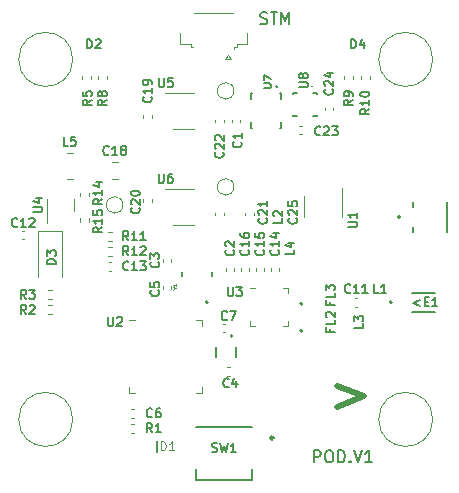
<source format=gbr>
%TF.GenerationSoftware,KiCad,Pcbnew,(5.1.10)-1*%
%TF.CreationDate,2021-11-20T18:05:25-05:00*%
%TF.ProjectId,MicroMod_Extension,4d696372-6f4d-46f6-945f-457874656e73,rev?*%
%TF.SameCoordinates,Original*%
%TF.FileFunction,Legend,Top*%
%TF.FilePolarity,Positive*%
%FSLAX46Y46*%
G04 Gerber Fmt 4.6, Leading zero omitted, Abs format (unit mm)*
G04 Created by KiCad (PCBNEW (5.1.10)-1) date 2021-11-20 18:05:25*
%MOMM*%
%LPD*%
G01*
G04 APERTURE LIST*
%ADD10C,0.203200*%
%ADD11C,0.200000*%
%ADD12C,0.500000*%
%ADD13C,0.127000*%
%ADD14C,0.150000*%
%ADD15C,0.120000*%
%ADD16C,0.250000*%
%ADD17C,0.080000*%
%ADD18C,0.115824*%
G04 APERTURE END LIST*
D10*
X147713095Y-45242238D02*
X147858238Y-45290619D01*
X148100142Y-45290619D01*
X148196904Y-45242238D01*
X148245285Y-45193857D01*
X148293666Y-45097095D01*
X148293666Y-45000333D01*
X148245285Y-44903571D01*
X148196904Y-44855190D01*
X148100142Y-44806809D01*
X147906619Y-44758428D01*
X147809857Y-44710047D01*
X147761476Y-44661666D01*
X147713095Y-44564904D01*
X147713095Y-44468142D01*
X147761476Y-44371380D01*
X147809857Y-44323000D01*
X147906619Y-44274619D01*
X148148523Y-44274619D01*
X148293666Y-44323000D01*
X148583952Y-44274619D02*
X149164523Y-44274619D01*
X148874238Y-45290619D02*
X148874238Y-44274619D01*
X149503190Y-45290619D02*
X149503190Y-44274619D01*
X149841857Y-45000333D01*
X150180523Y-44274619D01*
X150180523Y-45290619D01*
D11*
X152257428Y-82367380D02*
X152257428Y-81367380D01*
X152638380Y-81367380D01*
X152733619Y-81415000D01*
X152781238Y-81462619D01*
X152828857Y-81557857D01*
X152828857Y-81700714D01*
X152781238Y-81795952D01*
X152733619Y-81843571D01*
X152638380Y-81891190D01*
X152257428Y-81891190D01*
X153447904Y-81367380D02*
X153638380Y-81367380D01*
X153733619Y-81415000D01*
X153828857Y-81510238D01*
X153876476Y-81700714D01*
X153876476Y-82034047D01*
X153828857Y-82224523D01*
X153733619Y-82319761D01*
X153638380Y-82367380D01*
X153447904Y-82367380D01*
X153352666Y-82319761D01*
X153257428Y-82224523D01*
X153209809Y-82034047D01*
X153209809Y-81700714D01*
X153257428Y-81510238D01*
X153352666Y-81415000D01*
X153447904Y-81367380D01*
X154305047Y-82367380D02*
X154305047Y-81367380D01*
X154543142Y-81367380D01*
X154686000Y-81415000D01*
X154781238Y-81510238D01*
X154828857Y-81605476D01*
X154876476Y-81795952D01*
X154876476Y-81938809D01*
X154828857Y-82129285D01*
X154781238Y-82224523D01*
X154686000Y-82319761D01*
X154543142Y-82367380D01*
X154305047Y-82367380D01*
X155305047Y-82272142D02*
X155352666Y-82319761D01*
X155305047Y-82367380D01*
X155257428Y-82319761D01*
X155305047Y-82272142D01*
X155305047Y-82367380D01*
X155638380Y-81367380D02*
X155971714Y-82367380D01*
X156305047Y-81367380D01*
X157162190Y-82367380D02*
X156590761Y-82367380D01*
X156876476Y-82367380D02*
X156876476Y-81367380D01*
X156781238Y-81510238D01*
X156686000Y-81605476D01*
X156590761Y-81653095D01*
D12*
X154178142Y-75938142D02*
X156463857Y-76795285D01*
X154178142Y-77652428D01*
D13*
%TO.C,Y1*%
X141117000Y-66621000D02*
X141117000Y-66221000D01*
X143617000Y-66621000D02*
X143617000Y-66221000D01*
D11*
X143267000Y-68821000D02*
G75*
G03*
X143267000Y-68821000I-100000J0D01*
G01*
D13*
%TO.C,U7*%
X149459000Y-51078000D02*
X149459000Y-51633000D01*
X149459000Y-53523000D02*
X149459000Y-54078000D01*
X146959000Y-53523000D02*
X146959000Y-54078000D01*
X146959000Y-51078000D02*
X146959000Y-51633000D01*
X149459000Y-51078000D02*
X149404000Y-51078000D01*
X149459000Y-54078000D02*
X149404000Y-54078000D01*
X147014000Y-54078000D02*
X146959000Y-54078000D01*
X147014000Y-51078000D02*
X146959000Y-51078000D01*
D14*
X149184000Y-50578000D02*
G75*
G03*
X149184000Y-50578000I-75000J0D01*
G01*
D13*
%TO.C,FL1*%
X145620000Y-72625000D02*
X145620000Y-73425000D01*
X143940000Y-73425000D02*
X143940000Y-72625000D01*
D11*
X145380000Y-71675000D02*
G75*
G03*
X145380000Y-71675000I-100000J0D01*
G01*
D13*
%TO.C,U8*%
X150511000Y-53070000D02*
X150511000Y-52955000D01*
X150511000Y-51185000D02*
X150511000Y-51070000D01*
X150511000Y-51070000D02*
X150846000Y-51070000D01*
X152511000Y-51070000D02*
X152166000Y-51070000D01*
X152511000Y-52955000D02*
X152511000Y-53070000D01*
X152511000Y-51070000D02*
X152511000Y-51185000D01*
X150846000Y-53070000D02*
X150511000Y-53070000D01*
X152511000Y-53070000D02*
X152166000Y-53070000D01*
D11*
X152069000Y-50546000D02*
G75*
G03*
X152069000Y-50546000I-50000J0D01*
G01*
D15*
%TO.C,J11*%
X144714000Y-48223553D02*
X145214000Y-48223553D01*
X144964000Y-47870000D02*
X144714000Y-48223553D01*
X145214000Y-48223553D02*
X144964000Y-47870000D01*
X145404000Y-44310000D02*
X142124000Y-44310000D01*
X141804000Y-47230000D02*
X142054000Y-47230000D01*
X141804000Y-46930000D02*
X141804000Y-47230000D01*
X140954000Y-46930000D02*
X141804000Y-46930000D01*
X140954000Y-46030000D02*
X140954000Y-46930000D01*
X145474000Y-47230000D02*
X145474000Y-47370000D01*
X145724000Y-47230000D02*
X145474000Y-47230000D01*
X145724000Y-46930000D02*
X145724000Y-47230000D01*
X146574000Y-46930000D02*
X145724000Y-46930000D01*
X146574000Y-46030000D02*
X146574000Y-46930000D01*
%TO.C,TP7*%
X162306000Y-78740000D02*
G75*
G03*
X162306000Y-78740000I-2286000J0D01*
G01*
%TO.C,TP6*%
X162306000Y-48260000D02*
G75*
G03*
X162306000Y-48260000I-2286000J0D01*
G01*
%TO.C,TP5*%
X131826000Y-78740000D02*
G75*
G03*
X131826000Y-78740000I-2286000J0D01*
G01*
%TO.C,TP4*%
X131826000Y-48260000D02*
G75*
G03*
X131826000Y-48260000I-2286000J0D01*
G01*
%TO.C,U2*%
X137140000Y-70296000D02*
X136590000Y-70296000D01*
X142810000Y-76516000D02*
X142810000Y-75966000D01*
X142260000Y-76516000D02*
X142810000Y-76516000D01*
X136590000Y-76516000D02*
X136590000Y-75966000D01*
X137140000Y-76516000D02*
X136590000Y-76516000D01*
X142810000Y-70296000D02*
X142810000Y-70846000D01*
X142260000Y-70296000D02*
X142810000Y-70296000D01*
%TO.C,C25*%
X147172000Y-61448836D02*
X147172000Y-61233164D01*
X146452000Y-61448836D02*
X146452000Y-61233164D01*
%TO.C,C24*%
X153903000Y-52558836D02*
X153903000Y-52343164D01*
X153183000Y-52558836D02*
X153183000Y-52343164D01*
%TO.C,C23*%
X151237836Y-53869000D02*
X151022164Y-53869000D01*
X151237836Y-54589000D02*
X151022164Y-54589000D01*
%TO.C,C18*%
X135643252Y-56923000D02*
X135120748Y-56923000D01*
X135643252Y-58393000D02*
X135120748Y-58393000D01*
%TO.C,C1*%
X145309000Y-53359164D02*
X145309000Y-53574836D01*
X146029000Y-53359164D02*
X146029000Y-53574836D01*
%TO.C,U6*%
X140322000Y-62266000D02*
X142082000Y-62266000D01*
X142082000Y-59196000D02*
X139652000Y-59196000D01*
%TO.C,U5*%
X140344000Y-54138000D02*
X142104000Y-54138000D01*
X142104000Y-51068000D02*
X139674000Y-51068000D01*
%TO.C,U4*%
X131930000Y-60079000D02*
X131930000Y-61079000D01*
X129690000Y-62079000D02*
X129690000Y-60079000D01*
%TO.C,U3*%
X149623000Y-67605000D02*
X150073000Y-67605000D01*
X150073000Y-67605000D02*
X150073000Y-68055000D01*
X147303000Y-70825000D02*
X146853000Y-70825000D01*
X146853000Y-70825000D02*
X146853000Y-70375000D01*
X149623000Y-70825000D02*
X150073000Y-70825000D01*
X150073000Y-70825000D02*
X150073000Y-70375000D01*
X147303000Y-67605000D02*
X146853000Y-67605000D01*
%TO.C,TP3*%
X145480000Y-50927000D02*
G75*
G03*
X145480000Y-50927000I-700000J0D01*
G01*
%TO.C,TP2*%
X145480000Y-59055000D02*
G75*
G03*
X145480000Y-59055000I-700000J0D01*
G01*
%TO.C,TP1*%
X136082000Y-60579000D02*
G75*
G03*
X136082000Y-60579000I-700000J0D01*
G01*
D16*
%TO.C,SW1*%
X148828000Y-80303000D02*
G75*
G03*
X148828000Y-80303000I-125000J0D01*
G01*
D14*
X147003000Y-82953000D02*
X147003000Y-83903000D01*
X142303000Y-82953000D02*
X142303000Y-83903000D01*
X147003000Y-83903000D02*
X142303000Y-83903000D01*
X142303000Y-79403000D02*
X147003000Y-79403000D01*
D15*
%TO.C,R15*%
X132462000Y-62002641D02*
X132462000Y-61695359D01*
X133222000Y-62002641D02*
X133222000Y-61695359D01*
%TO.C,R14*%
X132462000Y-59843641D02*
X132462000Y-59536359D01*
X133222000Y-59843641D02*
X133222000Y-59536359D01*
%TO.C,R12*%
X135154641Y-64896000D02*
X134847359Y-64896000D01*
X135154641Y-64136000D02*
X134847359Y-64136000D01*
%TO.C,R11*%
X134847359Y-62866000D02*
X135154641Y-62866000D01*
X134847359Y-63626000D02*
X135154641Y-63626000D01*
%TO.C,R10*%
X156211000Y-49937641D02*
X156211000Y-49630359D01*
X156971000Y-49937641D02*
X156971000Y-49630359D01*
%TO.C,R9*%
X154814000Y-49937641D02*
X154814000Y-49630359D01*
X155574000Y-49937641D02*
X155574000Y-49630359D01*
%TO.C,R8*%
X133986000Y-49937641D02*
X133986000Y-49630359D01*
X134746000Y-49937641D02*
X134746000Y-49630359D01*
%TO.C,R5*%
X132589000Y-49937641D02*
X132589000Y-49630359D01*
X133349000Y-49937641D02*
X133349000Y-49630359D01*
%TO.C,R3*%
X130074641Y-68579000D02*
X129767359Y-68579000D01*
X130074641Y-67819000D02*
X129767359Y-67819000D01*
%TO.C,R2*%
X130074641Y-69849000D02*
X129767359Y-69849000D01*
X130074641Y-69089000D02*
X129767359Y-69089000D01*
%TO.C,R1*%
X137059641Y-79882000D02*
X136752359Y-79882000D01*
X137059641Y-79122000D02*
X136752359Y-79122000D01*
%TO.C,L5*%
X131833252Y-58387000D02*
X131310748Y-58387000D01*
X131833252Y-56167000D02*
X131310748Y-56167000D01*
D11*
%TO.C,J3*%
X159552000Y-61595000D02*
G75*
G03*
X159552000Y-61595000I-100000J0D01*
G01*
X163502000Y-62895000D02*
X163502000Y-60295000D01*
X160602000Y-60745000D02*
X160602000Y-60295000D01*
X160602000Y-62445000D02*
X160602000Y-62895000D01*
%TO.C,FL3*%
X151262000Y-68954000D02*
G75*
G03*
X151262000Y-68954000I-100000J0D01*
G01*
%TO.C,FL2*%
X151262000Y-71240000D02*
G75*
G03*
X151262000Y-71240000I-100000J0D01*
G01*
D13*
%TO.C,<E1*%
X160564000Y-68034000D02*
X162524000Y-68034000D01*
X160564000Y-69634000D02*
X162524000Y-69634000D01*
D11*
X158844000Y-68834000D02*
G75*
G03*
X158844000Y-68834000I-100000J0D01*
G01*
D15*
%TO.C,D3*%
X130921000Y-62774000D02*
X128921000Y-62774000D01*
X128921000Y-62774000D02*
X128921000Y-66674000D01*
X130921000Y-62774000D02*
X130921000Y-66674000D01*
D10*
%TO.C,D1*%
X139001500Y-80549750D02*
X139001500Y-81502250D01*
D15*
%TO.C,C22*%
X144632000Y-53359164D02*
X144632000Y-53574836D01*
X143912000Y-53359164D02*
X143912000Y-53574836D01*
%TO.C,C21*%
X144632000Y-61233164D02*
X144632000Y-61448836D01*
X143912000Y-61233164D02*
X143912000Y-61448836D01*
%TO.C,C20*%
X137816000Y-60305836D02*
X137816000Y-60090164D01*
X138536000Y-60305836D02*
X138536000Y-60090164D01*
%TO.C,C19*%
X138536000Y-52978164D02*
X138536000Y-53193836D01*
X137816000Y-52978164D02*
X137816000Y-53193836D01*
%TO.C,C16*%
X146791000Y-65932164D02*
X146791000Y-66147836D01*
X146071000Y-65932164D02*
X146071000Y-66147836D01*
%TO.C,C15*%
X148061000Y-65932164D02*
X148061000Y-66147836D01*
X147341000Y-65932164D02*
X147341000Y-66147836D01*
%TO.C,C14*%
X149331000Y-65932164D02*
X149331000Y-66147836D01*
X148611000Y-65932164D02*
X148611000Y-66147836D01*
%TO.C,C13*%
X135108836Y-66146000D02*
X134893164Y-66146000D01*
X135108836Y-65426000D02*
X134893164Y-65426000D01*
%TO.C,C12*%
X127742836Y-63479000D02*
X127527164Y-63479000D01*
X127742836Y-62759000D02*
X127527164Y-62759000D01*
%TO.C,C11*%
X155936836Y-69194000D02*
X155721164Y-69194000D01*
X155936836Y-68474000D02*
X155721164Y-68474000D01*
%TO.C,C7*%
X144545164Y-70633000D02*
X144760836Y-70633000D01*
X144545164Y-71353000D02*
X144760836Y-71353000D01*
%TO.C,C6*%
X136798164Y-77872000D02*
X137013836Y-77872000D01*
X136798164Y-78592000D02*
X137013836Y-78592000D01*
%TO.C,U1*%
X154645000Y-61606000D02*
X154645000Y-59156000D01*
X151425000Y-59806000D02*
X151425000Y-61606000D01*
%TO.C,C5*%
X139467000Y-67456164D02*
X139467000Y-67671836D01*
X140187000Y-67456164D02*
X140187000Y-67671836D01*
%TO.C,C4*%
X145141836Y-74316000D02*
X144926164Y-74316000D01*
X145141836Y-75036000D02*
X144926164Y-75036000D01*
%TO.C,C3*%
X139467000Y-65170164D02*
X139467000Y-65385836D01*
X140187000Y-65170164D02*
X140187000Y-65385836D01*
%TO.C,C2*%
X145521000Y-66147836D02*
X145521000Y-65932164D01*
X144801000Y-66147836D02*
X144801000Y-65932164D01*
%TO.C,Y1*%
D17*
X140456180Y-67657380D02*
X140608561Y-67657380D01*
X140288561Y-67764047D02*
X140456180Y-67657380D01*
X140288561Y-67550714D01*
X140608561Y-67276428D02*
X140608561Y-67459285D01*
X140608561Y-67367857D02*
X140288561Y-67367857D01*
X140334276Y-67398333D01*
X140364752Y-67428809D01*
X140379990Y-67459285D01*
D14*
%TO.C,U7*%
X147985523Y-50652619D02*
X148503619Y-50652619D01*
X148564571Y-50622142D01*
X148595047Y-50591666D01*
X148625523Y-50530714D01*
X148625523Y-50408809D01*
X148595047Y-50347857D01*
X148564571Y-50317380D01*
X148503619Y-50286904D01*
X147985523Y-50286904D01*
X147985523Y-50043095D02*
X147985523Y-49616428D01*
X148625523Y-49890714D01*
%TO.C,U8*%
X150966714Y-50618571D02*
X151583571Y-50618571D01*
X151656142Y-50582285D01*
X151692428Y-50546000D01*
X151728714Y-50473428D01*
X151728714Y-50328285D01*
X151692428Y-50255714D01*
X151656142Y-50219428D01*
X151583571Y-50183142D01*
X150966714Y-50183142D01*
X151293285Y-49711428D02*
X151257000Y-49784000D01*
X151220714Y-49820285D01*
X151148142Y-49856571D01*
X151111857Y-49856571D01*
X151039285Y-49820285D01*
X151003000Y-49784000D01*
X150966714Y-49711428D01*
X150966714Y-49566285D01*
X151003000Y-49493714D01*
X151039285Y-49457428D01*
X151111857Y-49421142D01*
X151148142Y-49421142D01*
X151220714Y-49457428D01*
X151257000Y-49493714D01*
X151293285Y-49566285D01*
X151293285Y-49711428D01*
X151329571Y-49784000D01*
X151365857Y-49820285D01*
X151438428Y-49856571D01*
X151583571Y-49856571D01*
X151656142Y-49820285D01*
X151692428Y-49784000D01*
X151728714Y-49711428D01*
X151728714Y-49566285D01*
X151692428Y-49493714D01*
X151656142Y-49457428D01*
X151583571Y-49421142D01*
X151438428Y-49421142D01*
X151365857Y-49457428D01*
X151329571Y-49493714D01*
X151293285Y-49566285D01*
%TO.C,U2*%
X134801428Y-70067714D02*
X134801428Y-70684571D01*
X134837714Y-70757142D01*
X134874000Y-70793428D01*
X134946571Y-70829714D01*
X135091714Y-70829714D01*
X135164285Y-70793428D01*
X135200571Y-70757142D01*
X135236857Y-70684571D01*
X135236857Y-70067714D01*
X135563428Y-70140285D02*
X135599714Y-70104000D01*
X135672285Y-70067714D01*
X135853714Y-70067714D01*
X135926285Y-70104000D01*
X135962571Y-70140285D01*
X135998857Y-70212857D01*
X135998857Y-70285428D01*
X135962571Y-70394285D01*
X135527142Y-70829714D01*
X135998857Y-70829714D01*
%TO.C,L2*%
X149569714Y-61722000D02*
X149569714Y-62084857D01*
X148807714Y-62084857D01*
X148880285Y-61504285D02*
X148844000Y-61468000D01*
X148807714Y-61395428D01*
X148807714Y-61214000D01*
X148844000Y-61141428D01*
X148880285Y-61105142D01*
X148952857Y-61068857D01*
X149025428Y-61068857D01*
X149134285Y-61105142D01*
X149569714Y-61540571D01*
X149569714Y-61068857D01*
%TO.C,C25*%
X150767142Y-61703857D02*
X150803428Y-61740142D01*
X150839714Y-61849000D01*
X150839714Y-61921571D01*
X150803428Y-62030428D01*
X150730857Y-62103000D01*
X150658285Y-62139285D01*
X150513142Y-62175571D01*
X150404285Y-62175571D01*
X150259142Y-62139285D01*
X150186571Y-62103000D01*
X150114000Y-62030428D01*
X150077714Y-61921571D01*
X150077714Y-61849000D01*
X150114000Y-61740142D01*
X150150285Y-61703857D01*
X150150285Y-61413571D02*
X150114000Y-61377285D01*
X150077714Y-61304714D01*
X150077714Y-61123285D01*
X150114000Y-61050714D01*
X150150285Y-61014428D01*
X150222857Y-60978142D01*
X150295428Y-60978142D01*
X150404285Y-61014428D01*
X150839714Y-61449857D01*
X150839714Y-60978142D01*
X150077714Y-60288714D02*
X150077714Y-60651571D01*
X150440571Y-60687857D01*
X150404285Y-60651571D01*
X150368000Y-60579000D01*
X150368000Y-60397571D01*
X150404285Y-60325000D01*
X150440571Y-60288714D01*
X150513142Y-60252428D01*
X150694571Y-60252428D01*
X150767142Y-60288714D01*
X150803428Y-60325000D01*
X150839714Y-60397571D01*
X150839714Y-60579000D01*
X150803428Y-60651571D01*
X150767142Y-60687857D01*
%TO.C,C24*%
X153815142Y-50781857D02*
X153851428Y-50818142D01*
X153887714Y-50927000D01*
X153887714Y-50999571D01*
X153851428Y-51108428D01*
X153778857Y-51181000D01*
X153706285Y-51217285D01*
X153561142Y-51253571D01*
X153452285Y-51253571D01*
X153307142Y-51217285D01*
X153234571Y-51181000D01*
X153162000Y-51108428D01*
X153125714Y-50999571D01*
X153125714Y-50927000D01*
X153162000Y-50818142D01*
X153198285Y-50781857D01*
X153198285Y-50491571D02*
X153162000Y-50455285D01*
X153125714Y-50382714D01*
X153125714Y-50201285D01*
X153162000Y-50128714D01*
X153198285Y-50092428D01*
X153270857Y-50056142D01*
X153343428Y-50056142D01*
X153452285Y-50092428D01*
X153887714Y-50527857D01*
X153887714Y-50056142D01*
X153379714Y-49403000D02*
X153887714Y-49403000D01*
X153089428Y-49584428D02*
X153633714Y-49765857D01*
X153633714Y-49294142D01*
%TO.C,C23*%
X152799142Y-54628142D02*
X152762857Y-54664428D01*
X152654000Y-54700714D01*
X152581428Y-54700714D01*
X152472571Y-54664428D01*
X152400000Y-54591857D01*
X152363714Y-54519285D01*
X152327428Y-54374142D01*
X152327428Y-54265285D01*
X152363714Y-54120142D01*
X152400000Y-54047571D01*
X152472571Y-53975000D01*
X152581428Y-53938714D01*
X152654000Y-53938714D01*
X152762857Y-53975000D01*
X152799142Y-54011285D01*
X153089428Y-54011285D02*
X153125714Y-53975000D01*
X153198285Y-53938714D01*
X153379714Y-53938714D01*
X153452285Y-53975000D01*
X153488571Y-54011285D01*
X153524857Y-54083857D01*
X153524857Y-54156428D01*
X153488571Y-54265285D01*
X153053142Y-54700714D01*
X153524857Y-54700714D01*
X153778857Y-53938714D02*
X154250571Y-53938714D01*
X153996571Y-54229000D01*
X154105428Y-54229000D01*
X154178000Y-54265285D01*
X154214285Y-54301571D01*
X154250571Y-54374142D01*
X154250571Y-54555571D01*
X154214285Y-54628142D01*
X154178000Y-54664428D01*
X154105428Y-54700714D01*
X153887714Y-54700714D01*
X153815142Y-54664428D01*
X153778857Y-54628142D01*
%TO.C,C18*%
X134892142Y-56279142D02*
X134855857Y-56315428D01*
X134747000Y-56351714D01*
X134674428Y-56351714D01*
X134565571Y-56315428D01*
X134493000Y-56242857D01*
X134456714Y-56170285D01*
X134420428Y-56025142D01*
X134420428Y-55916285D01*
X134456714Y-55771142D01*
X134493000Y-55698571D01*
X134565571Y-55626000D01*
X134674428Y-55589714D01*
X134747000Y-55589714D01*
X134855857Y-55626000D01*
X134892142Y-55662285D01*
X135617857Y-56351714D02*
X135182428Y-56351714D01*
X135400142Y-56351714D02*
X135400142Y-55589714D01*
X135327571Y-55698571D01*
X135255000Y-55771142D01*
X135182428Y-55807428D01*
X136053285Y-55916285D02*
X135980714Y-55880000D01*
X135944428Y-55843714D01*
X135908142Y-55771142D01*
X135908142Y-55734857D01*
X135944428Y-55662285D01*
X135980714Y-55626000D01*
X136053285Y-55589714D01*
X136198428Y-55589714D01*
X136271000Y-55626000D01*
X136307285Y-55662285D01*
X136343571Y-55734857D01*
X136343571Y-55771142D01*
X136307285Y-55843714D01*
X136271000Y-55880000D01*
X136198428Y-55916285D01*
X136053285Y-55916285D01*
X135980714Y-55952571D01*
X135944428Y-55988857D01*
X135908142Y-56061428D01*
X135908142Y-56206571D01*
X135944428Y-56279142D01*
X135980714Y-56315428D01*
X136053285Y-56351714D01*
X136198428Y-56351714D01*
X136271000Y-56315428D01*
X136307285Y-56279142D01*
X136343571Y-56206571D01*
X136343571Y-56061428D01*
X136307285Y-55988857D01*
X136271000Y-55952571D01*
X136198428Y-55916285D01*
%TO.C,C1*%
X146068142Y-55245000D02*
X146104428Y-55281285D01*
X146140714Y-55390142D01*
X146140714Y-55462714D01*
X146104428Y-55571571D01*
X146031857Y-55644142D01*
X145959285Y-55680428D01*
X145814142Y-55716714D01*
X145705285Y-55716714D01*
X145560142Y-55680428D01*
X145487571Y-55644142D01*
X145415000Y-55571571D01*
X145378714Y-55462714D01*
X145378714Y-55390142D01*
X145415000Y-55281285D01*
X145451285Y-55245000D01*
X146140714Y-54519285D02*
X146140714Y-54954714D01*
X146140714Y-54737000D02*
X145378714Y-54737000D01*
X145487571Y-54809571D01*
X145560142Y-54882142D01*
X145596428Y-54954714D01*
%TO.C,U6*%
X139097428Y-57965714D02*
X139097428Y-58582571D01*
X139133714Y-58655142D01*
X139170000Y-58691428D01*
X139242571Y-58727714D01*
X139387714Y-58727714D01*
X139460285Y-58691428D01*
X139496571Y-58655142D01*
X139532857Y-58582571D01*
X139532857Y-57965714D01*
X140222285Y-57965714D02*
X140077142Y-57965714D01*
X140004571Y-58002000D01*
X139968285Y-58038285D01*
X139895714Y-58147142D01*
X139859428Y-58292285D01*
X139859428Y-58582571D01*
X139895714Y-58655142D01*
X139932000Y-58691428D01*
X140004571Y-58727714D01*
X140149714Y-58727714D01*
X140222285Y-58691428D01*
X140258571Y-58655142D01*
X140294857Y-58582571D01*
X140294857Y-58401142D01*
X140258571Y-58328571D01*
X140222285Y-58292285D01*
X140149714Y-58256000D01*
X140004571Y-58256000D01*
X139932000Y-58292285D01*
X139895714Y-58328571D01*
X139859428Y-58401142D01*
%TO.C,U5*%
X139119428Y-49837714D02*
X139119428Y-50454571D01*
X139155714Y-50527142D01*
X139192000Y-50563428D01*
X139264571Y-50599714D01*
X139409714Y-50599714D01*
X139482285Y-50563428D01*
X139518571Y-50527142D01*
X139554857Y-50454571D01*
X139554857Y-49837714D01*
X140280571Y-49837714D02*
X139917714Y-49837714D01*
X139881428Y-50200571D01*
X139917714Y-50164285D01*
X139990285Y-50128000D01*
X140171714Y-50128000D01*
X140244285Y-50164285D01*
X140280571Y-50200571D01*
X140316857Y-50273142D01*
X140316857Y-50454571D01*
X140280571Y-50527142D01*
X140244285Y-50563428D01*
X140171714Y-50599714D01*
X139990285Y-50599714D01*
X139917714Y-50563428D01*
X139881428Y-50527142D01*
%TO.C,U4*%
X128487714Y-61159571D02*
X129104571Y-61159571D01*
X129177142Y-61123285D01*
X129213428Y-61087000D01*
X129249714Y-61014428D01*
X129249714Y-60869285D01*
X129213428Y-60796714D01*
X129177142Y-60760428D01*
X129104571Y-60724142D01*
X128487714Y-60724142D01*
X128741714Y-60034714D02*
X129249714Y-60034714D01*
X128451428Y-60216142D02*
X128995714Y-60397571D01*
X128995714Y-59925857D01*
%TO.C,U3*%
X144961428Y-67527714D02*
X144961428Y-68144571D01*
X144997714Y-68217142D01*
X145034000Y-68253428D01*
X145106571Y-68289714D01*
X145251714Y-68289714D01*
X145324285Y-68253428D01*
X145360571Y-68217142D01*
X145396857Y-68144571D01*
X145396857Y-67527714D01*
X145687142Y-67527714D02*
X146158857Y-67527714D01*
X145904857Y-67818000D01*
X146013714Y-67818000D01*
X146086285Y-67854285D01*
X146122571Y-67890571D01*
X146158857Y-67963142D01*
X146158857Y-68144571D01*
X146122571Y-68217142D01*
X146086285Y-68253428D01*
X146013714Y-68289714D01*
X145796000Y-68289714D01*
X145723428Y-68253428D01*
X145687142Y-68217142D01*
%TO.C,SW1*%
X143625642Y-81461428D02*
X143734500Y-81497714D01*
X143915928Y-81497714D01*
X143988500Y-81461428D01*
X144024785Y-81425142D01*
X144061071Y-81352571D01*
X144061071Y-81280000D01*
X144024785Y-81207428D01*
X143988500Y-81171142D01*
X143915928Y-81134857D01*
X143770785Y-81098571D01*
X143698214Y-81062285D01*
X143661928Y-81026000D01*
X143625642Y-80953428D01*
X143625642Y-80880857D01*
X143661928Y-80808285D01*
X143698214Y-80772000D01*
X143770785Y-80735714D01*
X143952214Y-80735714D01*
X144061071Y-80772000D01*
X144315071Y-80735714D02*
X144496500Y-81497714D01*
X144641642Y-80953428D01*
X144786785Y-81497714D01*
X144968214Y-80735714D01*
X145657642Y-81497714D02*
X145222214Y-81497714D01*
X145439928Y-81497714D02*
X145439928Y-80735714D01*
X145367357Y-80844571D01*
X145294785Y-80917142D01*
X145222214Y-80953428D01*
%TO.C,R15*%
X134329714Y-62465857D02*
X133966857Y-62719857D01*
X134329714Y-62901285D02*
X133567714Y-62901285D01*
X133567714Y-62611000D01*
X133604000Y-62538428D01*
X133640285Y-62502142D01*
X133712857Y-62465857D01*
X133821714Y-62465857D01*
X133894285Y-62502142D01*
X133930571Y-62538428D01*
X133966857Y-62611000D01*
X133966857Y-62901285D01*
X134329714Y-61740142D02*
X134329714Y-62175571D01*
X134329714Y-61957857D02*
X133567714Y-61957857D01*
X133676571Y-62030428D01*
X133749142Y-62103000D01*
X133785428Y-62175571D01*
X133567714Y-61050714D02*
X133567714Y-61413571D01*
X133930571Y-61449857D01*
X133894285Y-61413571D01*
X133858000Y-61341000D01*
X133858000Y-61159571D01*
X133894285Y-61087000D01*
X133930571Y-61050714D01*
X134003142Y-61014428D01*
X134184571Y-61014428D01*
X134257142Y-61050714D01*
X134293428Y-61087000D01*
X134329714Y-61159571D01*
X134329714Y-61341000D01*
X134293428Y-61413571D01*
X134257142Y-61449857D01*
%TO.C,R14*%
X134329714Y-60052857D02*
X133966857Y-60306857D01*
X134329714Y-60488285D02*
X133567714Y-60488285D01*
X133567714Y-60198000D01*
X133604000Y-60125428D01*
X133640285Y-60089142D01*
X133712857Y-60052857D01*
X133821714Y-60052857D01*
X133894285Y-60089142D01*
X133930571Y-60125428D01*
X133966857Y-60198000D01*
X133966857Y-60488285D01*
X134329714Y-59327142D02*
X134329714Y-59762571D01*
X134329714Y-59544857D02*
X133567714Y-59544857D01*
X133676571Y-59617428D01*
X133749142Y-59690000D01*
X133785428Y-59762571D01*
X133821714Y-58674000D02*
X134329714Y-58674000D01*
X133531428Y-58855428D02*
X134075714Y-59036857D01*
X134075714Y-58565142D01*
%TO.C,R12*%
X136543142Y-64860714D02*
X136289142Y-64497857D01*
X136107714Y-64860714D02*
X136107714Y-64098714D01*
X136398000Y-64098714D01*
X136470571Y-64135000D01*
X136506857Y-64171285D01*
X136543142Y-64243857D01*
X136543142Y-64352714D01*
X136506857Y-64425285D01*
X136470571Y-64461571D01*
X136398000Y-64497857D01*
X136107714Y-64497857D01*
X137268857Y-64860714D02*
X136833428Y-64860714D01*
X137051142Y-64860714D02*
X137051142Y-64098714D01*
X136978571Y-64207571D01*
X136906000Y-64280142D01*
X136833428Y-64316428D01*
X137559142Y-64171285D02*
X137595428Y-64135000D01*
X137668000Y-64098714D01*
X137849428Y-64098714D01*
X137922000Y-64135000D01*
X137958285Y-64171285D01*
X137994571Y-64243857D01*
X137994571Y-64316428D01*
X137958285Y-64425285D01*
X137522857Y-64860714D01*
X137994571Y-64860714D01*
%TO.C,R11*%
X136543142Y-63590714D02*
X136289142Y-63227857D01*
X136107714Y-63590714D02*
X136107714Y-62828714D01*
X136398000Y-62828714D01*
X136470571Y-62865000D01*
X136506857Y-62901285D01*
X136543142Y-62973857D01*
X136543142Y-63082714D01*
X136506857Y-63155285D01*
X136470571Y-63191571D01*
X136398000Y-63227857D01*
X136107714Y-63227857D01*
X137268857Y-63590714D02*
X136833428Y-63590714D01*
X137051142Y-63590714D02*
X137051142Y-62828714D01*
X136978571Y-62937571D01*
X136906000Y-63010142D01*
X136833428Y-63046428D01*
X137994571Y-63590714D02*
X137559142Y-63590714D01*
X137776857Y-63590714D02*
X137776857Y-62828714D01*
X137704285Y-62937571D01*
X137631714Y-63010142D01*
X137559142Y-63046428D01*
%TO.C,R10*%
X156935714Y-52432857D02*
X156572857Y-52686857D01*
X156935714Y-52868285D02*
X156173714Y-52868285D01*
X156173714Y-52578000D01*
X156210000Y-52505428D01*
X156246285Y-52469142D01*
X156318857Y-52432857D01*
X156427714Y-52432857D01*
X156500285Y-52469142D01*
X156536571Y-52505428D01*
X156572857Y-52578000D01*
X156572857Y-52868285D01*
X156935714Y-51707142D02*
X156935714Y-52142571D01*
X156935714Y-51924857D02*
X156173714Y-51924857D01*
X156282571Y-51997428D01*
X156355142Y-52070000D01*
X156391428Y-52142571D01*
X156173714Y-51235428D02*
X156173714Y-51162857D01*
X156210000Y-51090285D01*
X156246285Y-51054000D01*
X156318857Y-51017714D01*
X156464000Y-50981428D01*
X156645428Y-50981428D01*
X156790571Y-51017714D01*
X156863142Y-51054000D01*
X156899428Y-51090285D01*
X156935714Y-51162857D01*
X156935714Y-51235428D01*
X156899428Y-51308000D01*
X156863142Y-51344285D01*
X156790571Y-51380571D01*
X156645428Y-51416857D01*
X156464000Y-51416857D01*
X156318857Y-51380571D01*
X156246285Y-51344285D01*
X156210000Y-51308000D01*
X156173714Y-51235428D01*
%TO.C,R9*%
X155538714Y-51689000D02*
X155175857Y-51943000D01*
X155538714Y-52124428D02*
X154776714Y-52124428D01*
X154776714Y-51834142D01*
X154813000Y-51761571D01*
X154849285Y-51725285D01*
X154921857Y-51689000D01*
X155030714Y-51689000D01*
X155103285Y-51725285D01*
X155139571Y-51761571D01*
X155175857Y-51834142D01*
X155175857Y-52124428D01*
X155538714Y-51326142D02*
X155538714Y-51181000D01*
X155502428Y-51108428D01*
X155466142Y-51072142D01*
X155357285Y-50999571D01*
X155212142Y-50963285D01*
X154921857Y-50963285D01*
X154849285Y-50999571D01*
X154813000Y-51035857D01*
X154776714Y-51108428D01*
X154776714Y-51253571D01*
X154813000Y-51326142D01*
X154849285Y-51362428D01*
X154921857Y-51398714D01*
X155103285Y-51398714D01*
X155175857Y-51362428D01*
X155212142Y-51326142D01*
X155248428Y-51253571D01*
X155248428Y-51108428D01*
X155212142Y-51035857D01*
X155175857Y-50999571D01*
X155103285Y-50963285D01*
%TO.C,R8*%
X134710714Y-51689000D02*
X134347857Y-51943000D01*
X134710714Y-52124428D02*
X133948714Y-52124428D01*
X133948714Y-51834142D01*
X133985000Y-51761571D01*
X134021285Y-51725285D01*
X134093857Y-51689000D01*
X134202714Y-51689000D01*
X134275285Y-51725285D01*
X134311571Y-51761571D01*
X134347857Y-51834142D01*
X134347857Y-52124428D01*
X134275285Y-51253571D02*
X134239000Y-51326142D01*
X134202714Y-51362428D01*
X134130142Y-51398714D01*
X134093857Y-51398714D01*
X134021285Y-51362428D01*
X133985000Y-51326142D01*
X133948714Y-51253571D01*
X133948714Y-51108428D01*
X133985000Y-51035857D01*
X134021285Y-50999571D01*
X134093857Y-50963285D01*
X134130142Y-50963285D01*
X134202714Y-50999571D01*
X134239000Y-51035857D01*
X134275285Y-51108428D01*
X134275285Y-51253571D01*
X134311571Y-51326142D01*
X134347857Y-51362428D01*
X134420428Y-51398714D01*
X134565571Y-51398714D01*
X134638142Y-51362428D01*
X134674428Y-51326142D01*
X134710714Y-51253571D01*
X134710714Y-51108428D01*
X134674428Y-51035857D01*
X134638142Y-50999571D01*
X134565571Y-50963285D01*
X134420428Y-50963285D01*
X134347857Y-50999571D01*
X134311571Y-51035857D01*
X134275285Y-51108428D01*
%TO.C,R5*%
X133440714Y-51689000D02*
X133077857Y-51943000D01*
X133440714Y-52124428D02*
X132678714Y-52124428D01*
X132678714Y-51834142D01*
X132715000Y-51761571D01*
X132751285Y-51725285D01*
X132823857Y-51689000D01*
X132932714Y-51689000D01*
X133005285Y-51725285D01*
X133041571Y-51761571D01*
X133077857Y-51834142D01*
X133077857Y-52124428D01*
X132678714Y-50999571D02*
X132678714Y-51362428D01*
X133041571Y-51398714D01*
X133005285Y-51362428D01*
X132969000Y-51289857D01*
X132969000Y-51108428D01*
X133005285Y-51035857D01*
X133041571Y-50999571D01*
X133114142Y-50963285D01*
X133295571Y-50963285D01*
X133368142Y-50999571D01*
X133404428Y-51035857D01*
X133440714Y-51108428D01*
X133440714Y-51289857D01*
X133404428Y-51362428D01*
X133368142Y-51398714D01*
%TO.C,R3*%
X127889000Y-68543714D02*
X127635000Y-68180857D01*
X127453571Y-68543714D02*
X127453571Y-67781714D01*
X127743857Y-67781714D01*
X127816428Y-67818000D01*
X127852714Y-67854285D01*
X127889000Y-67926857D01*
X127889000Y-68035714D01*
X127852714Y-68108285D01*
X127816428Y-68144571D01*
X127743857Y-68180857D01*
X127453571Y-68180857D01*
X128143000Y-67781714D02*
X128614714Y-67781714D01*
X128360714Y-68072000D01*
X128469571Y-68072000D01*
X128542142Y-68108285D01*
X128578428Y-68144571D01*
X128614714Y-68217142D01*
X128614714Y-68398571D01*
X128578428Y-68471142D01*
X128542142Y-68507428D01*
X128469571Y-68543714D01*
X128251857Y-68543714D01*
X128179285Y-68507428D01*
X128143000Y-68471142D01*
%TO.C,R2*%
X127889000Y-69813714D02*
X127635000Y-69450857D01*
X127453571Y-69813714D02*
X127453571Y-69051714D01*
X127743857Y-69051714D01*
X127816428Y-69088000D01*
X127852714Y-69124285D01*
X127889000Y-69196857D01*
X127889000Y-69305714D01*
X127852714Y-69378285D01*
X127816428Y-69414571D01*
X127743857Y-69450857D01*
X127453571Y-69450857D01*
X128179285Y-69124285D02*
X128215571Y-69088000D01*
X128288142Y-69051714D01*
X128469571Y-69051714D01*
X128542142Y-69088000D01*
X128578428Y-69124285D01*
X128614714Y-69196857D01*
X128614714Y-69269428D01*
X128578428Y-69378285D01*
X128143000Y-69813714D01*
X128614714Y-69813714D01*
%TO.C,R1*%
X138557000Y-79846714D02*
X138303000Y-79483857D01*
X138121571Y-79846714D02*
X138121571Y-79084714D01*
X138411857Y-79084714D01*
X138484428Y-79121000D01*
X138520714Y-79157285D01*
X138557000Y-79229857D01*
X138557000Y-79338714D01*
X138520714Y-79411285D01*
X138484428Y-79447571D01*
X138411857Y-79483857D01*
X138121571Y-79483857D01*
X139282714Y-79846714D02*
X138847285Y-79846714D01*
X139065000Y-79846714D02*
X139065000Y-79084714D01*
X138992428Y-79193571D01*
X138919857Y-79266142D01*
X138847285Y-79302428D01*
%TO.C,L5*%
X131445000Y-55589714D02*
X131082142Y-55589714D01*
X131082142Y-54827714D01*
X132061857Y-54827714D02*
X131699000Y-54827714D01*
X131662714Y-55190571D01*
X131699000Y-55154285D01*
X131771571Y-55118000D01*
X131953000Y-55118000D01*
X132025571Y-55154285D01*
X132061857Y-55190571D01*
X132098142Y-55263142D01*
X132098142Y-55444571D01*
X132061857Y-55517142D01*
X132025571Y-55553428D01*
X131953000Y-55589714D01*
X131771571Y-55589714D01*
X131699000Y-55553428D01*
X131662714Y-55517142D01*
%TO.C,L4*%
X150585714Y-64389000D02*
X150585714Y-64751857D01*
X149823714Y-64751857D01*
X150077714Y-63808428D02*
X150585714Y-63808428D01*
X149787428Y-63989857D02*
X150331714Y-64171285D01*
X150331714Y-63699571D01*
%TO.C,L3*%
X156427714Y-70612000D02*
X156427714Y-70974857D01*
X155665714Y-70974857D01*
X155665714Y-70430571D02*
X155665714Y-69958857D01*
X155956000Y-70212857D01*
X155956000Y-70104000D01*
X155992285Y-70031428D01*
X156028571Y-69995142D01*
X156101142Y-69958857D01*
X156282571Y-69958857D01*
X156355142Y-69995142D01*
X156391428Y-70031428D01*
X156427714Y-70104000D01*
X156427714Y-70321714D01*
X156391428Y-70394285D01*
X156355142Y-70430571D01*
%TO.C,L1*%
X157734000Y-68035714D02*
X157371142Y-68035714D01*
X157371142Y-67273714D01*
X158387142Y-68035714D02*
X157951714Y-68035714D01*
X158169428Y-68035714D02*
X158169428Y-67273714D01*
X158096857Y-67382571D01*
X158024285Y-67455142D01*
X157951714Y-67491428D01*
%TO.C,FL3*%
X153615571Y-68761428D02*
X153615571Y-69015428D01*
X154014714Y-69015428D02*
X153252714Y-69015428D01*
X153252714Y-68652571D01*
X154014714Y-67999428D02*
X154014714Y-68362285D01*
X153252714Y-68362285D01*
X153252714Y-67818000D02*
X153252714Y-67346285D01*
X153543000Y-67600285D01*
X153543000Y-67491428D01*
X153579285Y-67418857D01*
X153615571Y-67382571D01*
X153688142Y-67346285D01*
X153869571Y-67346285D01*
X153942142Y-67382571D01*
X153978428Y-67418857D01*
X154014714Y-67491428D01*
X154014714Y-67709142D01*
X153978428Y-67781714D01*
X153942142Y-67818000D01*
%TO.C,FL2*%
X153615571Y-71047428D02*
X153615571Y-71301428D01*
X154014714Y-71301428D02*
X153252714Y-71301428D01*
X153252714Y-70938571D01*
X154014714Y-70285428D02*
X154014714Y-70648285D01*
X153252714Y-70648285D01*
X153325285Y-70067714D02*
X153289000Y-70031428D01*
X153252714Y-69958857D01*
X153252714Y-69777428D01*
X153289000Y-69704857D01*
X153325285Y-69668571D01*
X153397857Y-69632285D01*
X153470428Y-69632285D01*
X153579285Y-69668571D01*
X154014714Y-70104000D01*
X154014714Y-69632285D01*
%TO.C,<E1*%
X161253714Y-68670714D02*
X160673142Y-68888428D01*
X161253714Y-69106142D01*
X161616571Y-68779571D02*
X161870571Y-68779571D01*
X161979428Y-69178714D02*
X161616571Y-69178714D01*
X161616571Y-68416714D01*
X161979428Y-68416714D01*
X162705142Y-69178714D02*
X162269714Y-69178714D01*
X162487428Y-69178714D02*
X162487428Y-68416714D01*
X162414857Y-68525571D01*
X162342285Y-68598142D01*
X162269714Y-68634428D01*
%TO.C,D4*%
X155393571Y-47334714D02*
X155393571Y-46572714D01*
X155575000Y-46572714D01*
X155683857Y-46609000D01*
X155756428Y-46681571D01*
X155792714Y-46754142D01*
X155829000Y-46899285D01*
X155829000Y-47008142D01*
X155792714Y-47153285D01*
X155756428Y-47225857D01*
X155683857Y-47298428D01*
X155575000Y-47334714D01*
X155393571Y-47334714D01*
X156482142Y-46826714D02*
X156482142Y-47334714D01*
X156300714Y-46536428D02*
X156119285Y-47080714D01*
X156591000Y-47080714D01*
%TO.C,D3*%
X130392714Y-65586428D02*
X129630714Y-65586428D01*
X129630714Y-65405000D01*
X129667000Y-65296142D01*
X129739571Y-65223571D01*
X129812142Y-65187285D01*
X129957285Y-65151000D01*
X130066142Y-65151000D01*
X130211285Y-65187285D01*
X130283857Y-65223571D01*
X130356428Y-65296142D01*
X130392714Y-65405000D01*
X130392714Y-65586428D01*
X129630714Y-64897000D02*
X129630714Y-64425285D01*
X129921000Y-64679285D01*
X129921000Y-64570428D01*
X129957285Y-64497857D01*
X129993571Y-64461571D01*
X130066142Y-64425285D01*
X130247571Y-64425285D01*
X130320142Y-64461571D01*
X130356428Y-64497857D01*
X130392714Y-64570428D01*
X130392714Y-64788142D01*
X130356428Y-64860714D01*
X130320142Y-64897000D01*
%TO.C,D2*%
X133041571Y-47334714D02*
X133041571Y-46572714D01*
X133223000Y-46572714D01*
X133331857Y-46609000D01*
X133404428Y-46681571D01*
X133440714Y-46754142D01*
X133477000Y-46899285D01*
X133477000Y-47008142D01*
X133440714Y-47153285D01*
X133404428Y-47225857D01*
X133331857Y-47298428D01*
X133223000Y-47334714D01*
X133041571Y-47334714D01*
X133767285Y-46645285D02*
X133803571Y-46609000D01*
X133876142Y-46572714D01*
X134057571Y-46572714D01*
X134130142Y-46609000D01*
X134166428Y-46645285D01*
X134202714Y-46717857D01*
X134202714Y-46790428D01*
X134166428Y-46899285D01*
X133731000Y-47334714D01*
X134202714Y-47334714D01*
%TO.C,D1*%
D18*
X139264571Y-81370714D02*
X139264571Y-80608714D01*
X139446000Y-80608714D01*
X139554857Y-80645000D01*
X139627428Y-80717571D01*
X139663714Y-80790142D01*
X139700000Y-80935285D01*
X139700000Y-81044142D01*
X139663714Y-81189285D01*
X139627428Y-81261857D01*
X139554857Y-81334428D01*
X139446000Y-81370714D01*
X139264571Y-81370714D01*
X140425714Y-81370714D02*
X139990285Y-81370714D01*
X140208000Y-81370714D02*
X140208000Y-80608714D01*
X140135428Y-80717571D01*
X140062857Y-80790142D01*
X139990285Y-80826428D01*
%TO.C,C22*%
D14*
X144544142Y-56115857D02*
X144580428Y-56152142D01*
X144616714Y-56261000D01*
X144616714Y-56333571D01*
X144580428Y-56442428D01*
X144507857Y-56515000D01*
X144435285Y-56551285D01*
X144290142Y-56587571D01*
X144181285Y-56587571D01*
X144036142Y-56551285D01*
X143963571Y-56515000D01*
X143891000Y-56442428D01*
X143854714Y-56333571D01*
X143854714Y-56261000D01*
X143891000Y-56152142D01*
X143927285Y-56115857D01*
X143927285Y-55825571D02*
X143891000Y-55789285D01*
X143854714Y-55716714D01*
X143854714Y-55535285D01*
X143891000Y-55462714D01*
X143927285Y-55426428D01*
X143999857Y-55390142D01*
X144072428Y-55390142D01*
X144181285Y-55426428D01*
X144616714Y-55861857D01*
X144616714Y-55390142D01*
X143927285Y-55099857D02*
X143891000Y-55063571D01*
X143854714Y-54991000D01*
X143854714Y-54809571D01*
X143891000Y-54737000D01*
X143927285Y-54700714D01*
X143999857Y-54664428D01*
X144072428Y-54664428D01*
X144181285Y-54700714D01*
X144616714Y-55136142D01*
X144616714Y-54664428D01*
%TO.C,C21*%
X148227142Y-61703857D02*
X148263428Y-61740142D01*
X148299714Y-61849000D01*
X148299714Y-61921571D01*
X148263428Y-62030428D01*
X148190857Y-62103000D01*
X148118285Y-62139285D01*
X147973142Y-62175571D01*
X147864285Y-62175571D01*
X147719142Y-62139285D01*
X147646571Y-62103000D01*
X147574000Y-62030428D01*
X147537714Y-61921571D01*
X147537714Y-61849000D01*
X147574000Y-61740142D01*
X147610285Y-61703857D01*
X147610285Y-61413571D02*
X147574000Y-61377285D01*
X147537714Y-61304714D01*
X147537714Y-61123285D01*
X147574000Y-61050714D01*
X147610285Y-61014428D01*
X147682857Y-60978142D01*
X147755428Y-60978142D01*
X147864285Y-61014428D01*
X148299714Y-61449857D01*
X148299714Y-60978142D01*
X148299714Y-60252428D02*
X148299714Y-60687857D01*
X148299714Y-60470142D02*
X147537714Y-60470142D01*
X147646571Y-60542714D01*
X147719142Y-60615285D01*
X147755428Y-60687857D01*
%TO.C,C20*%
X137432142Y-60814857D02*
X137468428Y-60851142D01*
X137504714Y-60960000D01*
X137504714Y-61032571D01*
X137468428Y-61141428D01*
X137395857Y-61214000D01*
X137323285Y-61250285D01*
X137178142Y-61286571D01*
X137069285Y-61286571D01*
X136924142Y-61250285D01*
X136851571Y-61214000D01*
X136779000Y-61141428D01*
X136742714Y-61032571D01*
X136742714Y-60960000D01*
X136779000Y-60851142D01*
X136815285Y-60814857D01*
X136815285Y-60524571D02*
X136779000Y-60488285D01*
X136742714Y-60415714D01*
X136742714Y-60234285D01*
X136779000Y-60161714D01*
X136815285Y-60125428D01*
X136887857Y-60089142D01*
X136960428Y-60089142D01*
X137069285Y-60125428D01*
X137504714Y-60560857D01*
X137504714Y-60089142D01*
X136742714Y-59617428D02*
X136742714Y-59544857D01*
X136779000Y-59472285D01*
X136815285Y-59436000D01*
X136887857Y-59399714D01*
X137033000Y-59363428D01*
X137214428Y-59363428D01*
X137359571Y-59399714D01*
X137432142Y-59436000D01*
X137468428Y-59472285D01*
X137504714Y-59544857D01*
X137504714Y-59617428D01*
X137468428Y-59690000D01*
X137432142Y-59726285D01*
X137359571Y-59762571D01*
X137214428Y-59798857D01*
X137033000Y-59798857D01*
X136887857Y-59762571D01*
X136815285Y-59726285D01*
X136779000Y-59690000D01*
X136742714Y-59617428D01*
%TO.C,C19*%
X138448142Y-51416857D02*
X138484428Y-51453142D01*
X138520714Y-51562000D01*
X138520714Y-51634571D01*
X138484428Y-51743428D01*
X138411857Y-51816000D01*
X138339285Y-51852285D01*
X138194142Y-51888571D01*
X138085285Y-51888571D01*
X137940142Y-51852285D01*
X137867571Y-51816000D01*
X137795000Y-51743428D01*
X137758714Y-51634571D01*
X137758714Y-51562000D01*
X137795000Y-51453142D01*
X137831285Y-51416857D01*
X138520714Y-50691142D02*
X138520714Y-51126571D01*
X138520714Y-50908857D02*
X137758714Y-50908857D01*
X137867571Y-50981428D01*
X137940142Y-51054000D01*
X137976428Y-51126571D01*
X138520714Y-50328285D02*
X138520714Y-50183142D01*
X138484428Y-50110571D01*
X138448142Y-50074285D01*
X138339285Y-50001714D01*
X138194142Y-49965428D01*
X137903857Y-49965428D01*
X137831285Y-50001714D01*
X137795000Y-50038000D01*
X137758714Y-50110571D01*
X137758714Y-50255714D01*
X137795000Y-50328285D01*
X137831285Y-50364571D01*
X137903857Y-50400857D01*
X138085285Y-50400857D01*
X138157857Y-50364571D01*
X138194142Y-50328285D01*
X138230428Y-50255714D01*
X138230428Y-50110571D01*
X138194142Y-50038000D01*
X138157857Y-50001714D01*
X138085285Y-49965428D01*
%TO.C,C16*%
X146703142Y-64370857D02*
X146739428Y-64407142D01*
X146775714Y-64516000D01*
X146775714Y-64588571D01*
X146739428Y-64697428D01*
X146666857Y-64770000D01*
X146594285Y-64806285D01*
X146449142Y-64842571D01*
X146340285Y-64842571D01*
X146195142Y-64806285D01*
X146122571Y-64770000D01*
X146050000Y-64697428D01*
X146013714Y-64588571D01*
X146013714Y-64516000D01*
X146050000Y-64407142D01*
X146086285Y-64370857D01*
X146775714Y-63645142D02*
X146775714Y-64080571D01*
X146775714Y-63862857D02*
X146013714Y-63862857D01*
X146122571Y-63935428D01*
X146195142Y-64008000D01*
X146231428Y-64080571D01*
X146013714Y-62992000D02*
X146013714Y-63137142D01*
X146050000Y-63209714D01*
X146086285Y-63246000D01*
X146195142Y-63318571D01*
X146340285Y-63354857D01*
X146630571Y-63354857D01*
X146703142Y-63318571D01*
X146739428Y-63282285D01*
X146775714Y-63209714D01*
X146775714Y-63064571D01*
X146739428Y-62992000D01*
X146703142Y-62955714D01*
X146630571Y-62919428D01*
X146449142Y-62919428D01*
X146376571Y-62955714D01*
X146340285Y-62992000D01*
X146304000Y-63064571D01*
X146304000Y-63209714D01*
X146340285Y-63282285D01*
X146376571Y-63318571D01*
X146449142Y-63354857D01*
%TO.C,C15*%
X147973142Y-64370857D02*
X148009428Y-64407142D01*
X148045714Y-64516000D01*
X148045714Y-64588571D01*
X148009428Y-64697428D01*
X147936857Y-64770000D01*
X147864285Y-64806285D01*
X147719142Y-64842571D01*
X147610285Y-64842571D01*
X147465142Y-64806285D01*
X147392571Y-64770000D01*
X147320000Y-64697428D01*
X147283714Y-64588571D01*
X147283714Y-64516000D01*
X147320000Y-64407142D01*
X147356285Y-64370857D01*
X148045714Y-63645142D02*
X148045714Y-64080571D01*
X148045714Y-63862857D02*
X147283714Y-63862857D01*
X147392571Y-63935428D01*
X147465142Y-64008000D01*
X147501428Y-64080571D01*
X147283714Y-62955714D02*
X147283714Y-63318571D01*
X147646571Y-63354857D01*
X147610285Y-63318571D01*
X147574000Y-63246000D01*
X147574000Y-63064571D01*
X147610285Y-62992000D01*
X147646571Y-62955714D01*
X147719142Y-62919428D01*
X147900571Y-62919428D01*
X147973142Y-62955714D01*
X148009428Y-62992000D01*
X148045714Y-63064571D01*
X148045714Y-63246000D01*
X148009428Y-63318571D01*
X147973142Y-63354857D01*
%TO.C,C14*%
X149243142Y-64370857D02*
X149279428Y-64407142D01*
X149315714Y-64516000D01*
X149315714Y-64588571D01*
X149279428Y-64697428D01*
X149206857Y-64770000D01*
X149134285Y-64806285D01*
X148989142Y-64842571D01*
X148880285Y-64842571D01*
X148735142Y-64806285D01*
X148662571Y-64770000D01*
X148590000Y-64697428D01*
X148553714Y-64588571D01*
X148553714Y-64516000D01*
X148590000Y-64407142D01*
X148626285Y-64370857D01*
X149315714Y-63645142D02*
X149315714Y-64080571D01*
X149315714Y-63862857D02*
X148553714Y-63862857D01*
X148662571Y-63935428D01*
X148735142Y-64008000D01*
X148771428Y-64080571D01*
X148807714Y-62992000D02*
X149315714Y-62992000D01*
X148517428Y-63173428D02*
X149061714Y-63354857D01*
X149061714Y-62883142D01*
%TO.C,C13*%
X136543142Y-66058142D02*
X136506857Y-66094428D01*
X136398000Y-66130714D01*
X136325428Y-66130714D01*
X136216571Y-66094428D01*
X136144000Y-66021857D01*
X136107714Y-65949285D01*
X136071428Y-65804142D01*
X136071428Y-65695285D01*
X136107714Y-65550142D01*
X136144000Y-65477571D01*
X136216571Y-65405000D01*
X136325428Y-65368714D01*
X136398000Y-65368714D01*
X136506857Y-65405000D01*
X136543142Y-65441285D01*
X137268857Y-66130714D02*
X136833428Y-66130714D01*
X137051142Y-66130714D02*
X137051142Y-65368714D01*
X136978571Y-65477571D01*
X136906000Y-65550142D01*
X136833428Y-65586428D01*
X137522857Y-65368714D02*
X137994571Y-65368714D01*
X137740571Y-65659000D01*
X137849428Y-65659000D01*
X137922000Y-65695285D01*
X137958285Y-65731571D01*
X137994571Y-65804142D01*
X137994571Y-65985571D01*
X137958285Y-66058142D01*
X137922000Y-66094428D01*
X137849428Y-66130714D01*
X137631714Y-66130714D01*
X137559142Y-66094428D01*
X137522857Y-66058142D01*
%TO.C,C12*%
X127145142Y-62375142D02*
X127108857Y-62411428D01*
X127000000Y-62447714D01*
X126927428Y-62447714D01*
X126818571Y-62411428D01*
X126746000Y-62338857D01*
X126709714Y-62266285D01*
X126673428Y-62121142D01*
X126673428Y-62012285D01*
X126709714Y-61867142D01*
X126746000Y-61794571D01*
X126818571Y-61722000D01*
X126927428Y-61685714D01*
X127000000Y-61685714D01*
X127108857Y-61722000D01*
X127145142Y-61758285D01*
X127870857Y-62447714D02*
X127435428Y-62447714D01*
X127653142Y-62447714D02*
X127653142Y-61685714D01*
X127580571Y-61794571D01*
X127508000Y-61867142D01*
X127435428Y-61903428D01*
X128161142Y-61758285D02*
X128197428Y-61722000D01*
X128270000Y-61685714D01*
X128451428Y-61685714D01*
X128524000Y-61722000D01*
X128560285Y-61758285D01*
X128596571Y-61830857D01*
X128596571Y-61903428D01*
X128560285Y-62012285D01*
X128124857Y-62447714D01*
X128596571Y-62447714D01*
%TO.C,C11*%
X155339142Y-67963142D02*
X155302857Y-67999428D01*
X155194000Y-68035714D01*
X155121428Y-68035714D01*
X155012571Y-67999428D01*
X154940000Y-67926857D01*
X154903714Y-67854285D01*
X154867428Y-67709142D01*
X154867428Y-67600285D01*
X154903714Y-67455142D01*
X154940000Y-67382571D01*
X155012571Y-67310000D01*
X155121428Y-67273714D01*
X155194000Y-67273714D01*
X155302857Y-67310000D01*
X155339142Y-67346285D01*
X156064857Y-68035714D02*
X155629428Y-68035714D01*
X155847142Y-68035714D02*
X155847142Y-67273714D01*
X155774571Y-67382571D01*
X155702000Y-67455142D01*
X155629428Y-67491428D01*
X156790571Y-68035714D02*
X156355142Y-68035714D01*
X156572857Y-68035714D02*
X156572857Y-67273714D01*
X156500285Y-67382571D01*
X156427714Y-67455142D01*
X156355142Y-67491428D01*
%TO.C,C7*%
X144907000Y-70249142D02*
X144870714Y-70285428D01*
X144761857Y-70321714D01*
X144689285Y-70321714D01*
X144580428Y-70285428D01*
X144507857Y-70212857D01*
X144471571Y-70140285D01*
X144435285Y-69995142D01*
X144435285Y-69886285D01*
X144471571Y-69741142D01*
X144507857Y-69668571D01*
X144580428Y-69596000D01*
X144689285Y-69559714D01*
X144761857Y-69559714D01*
X144870714Y-69596000D01*
X144907000Y-69632285D01*
X145161000Y-69559714D02*
X145669000Y-69559714D01*
X145342428Y-70321714D01*
%TO.C,C6*%
X138557000Y-78504142D02*
X138520714Y-78540428D01*
X138411857Y-78576714D01*
X138339285Y-78576714D01*
X138230428Y-78540428D01*
X138157857Y-78467857D01*
X138121571Y-78395285D01*
X138085285Y-78250142D01*
X138085285Y-78141285D01*
X138121571Y-77996142D01*
X138157857Y-77923571D01*
X138230428Y-77851000D01*
X138339285Y-77814714D01*
X138411857Y-77814714D01*
X138520714Y-77851000D01*
X138557000Y-77887285D01*
X139210142Y-77814714D02*
X139065000Y-77814714D01*
X138992428Y-77851000D01*
X138956142Y-77887285D01*
X138883571Y-77996142D01*
X138847285Y-78141285D01*
X138847285Y-78431571D01*
X138883571Y-78504142D01*
X138919857Y-78540428D01*
X138992428Y-78576714D01*
X139137571Y-78576714D01*
X139210142Y-78540428D01*
X139246428Y-78504142D01*
X139282714Y-78431571D01*
X139282714Y-78250142D01*
X139246428Y-78177571D01*
X139210142Y-78141285D01*
X139137571Y-78105000D01*
X138992428Y-78105000D01*
X138919857Y-78141285D01*
X138883571Y-78177571D01*
X138847285Y-78250142D01*
%TO.C,U1*%
X155157714Y-62429571D02*
X155774571Y-62429571D01*
X155847142Y-62393285D01*
X155883428Y-62357000D01*
X155919714Y-62284428D01*
X155919714Y-62139285D01*
X155883428Y-62066714D01*
X155847142Y-62030428D01*
X155774571Y-61994142D01*
X155157714Y-61994142D01*
X155919714Y-61232142D02*
X155919714Y-61667571D01*
X155919714Y-61449857D02*
X155157714Y-61449857D01*
X155266571Y-61522428D01*
X155339142Y-61595000D01*
X155375428Y-61667571D01*
%TO.C,C5*%
X139083142Y-67818000D02*
X139119428Y-67854285D01*
X139155714Y-67963142D01*
X139155714Y-68035714D01*
X139119428Y-68144571D01*
X139046857Y-68217142D01*
X138974285Y-68253428D01*
X138829142Y-68289714D01*
X138720285Y-68289714D01*
X138575142Y-68253428D01*
X138502571Y-68217142D01*
X138430000Y-68144571D01*
X138393714Y-68035714D01*
X138393714Y-67963142D01*
X138430000Y-67854285D01*
X138466285Y-67818000D01*
X138393714Y-67128571D02*
X138393714Y-67491428D01*
X138756571Y-67527714D01*
X138720285Y-67491428D01*
X138684000Y-67418857D01*
X138684000Y-67237428D01*
X138720285Y-67164857D01*
X138756571Y-67128571D01*
X138829142Y-67092285D01*
X139010571Y-67092285D01*
X139083142Y-67128571D01*
X139119428Y-67164857D01*
X139155714Y-67237428D01*
X139155714Y-67418857D01*
X139119428Y-67491428D01*
X139083142Y-67527714D01*
%TO.C,C4*%
X145034000Y-75964142D02*
X144997714Y-76000428D01*
X144888857Y-76036714D01*
X144816285Y-76036714D01*
X144707428Y-76000428D01*
X144634857Y-75927857D01*
X144598571Y-75855285D01*
X144562285Y-75710142D01*
X144562285Y-75601285D01*
X144598571Y-75456142D01*
X144634857Y-75383571D01*
X144707428Y-75311000D01*
X144816285Y-75274714D01*
X144888857Y-75274714D01*
X144997714Y-75311000D01*
X145034000Y-75347285D01*
X145687142Y-75528714D02*
X145687142Y-76036714D01*
X145505714Y-75238428D02*
X145324285Y-75782714D01*
X145796000Y-75782714D01*
%TO.C,C3*%
X139083142Y-65405000D02*
X139119428Y-65441285D01*
X139155714Y-65550142D01*
X139155714Y-65622714D01*
X139119428Y-65731571D01*
X139046857Y-65804142D01*
X138974285Y-65840428D01*
X138829142Y-65876714D01*
X138720285Y-65876714D01*
X138575142Y-65840428D01*
X138502571Y-65804142D01*
X138430000Y-65731571D01*
X138393714Y-65622714D01*
X138393714Y-65550142D01*
X138430000Y-65441285D01*
X138466285Y-65405000D01*
X138393714Y-65151000D02*
X138393714Y-64679285D01*
X138684000Y-64933285D01*
X138684000Y-64824428D01*
X138720285Y-64751857D01*
X138756571Y-64715571D01*
X138829142Y-64679285D01*
X139010571Y-64679285D01*
X139083142Y-64715571D01*
X139119428Y-64751857D01*
X139155714Y-64824428D01*
X139155714Y-65042142D01*
X139119428Y-65114714D01*
X139083142Y-65151000D01*
%TO.C,C2*%
X145433142Y-64389000D02*
X145469428Y-64425285D01*
X145505714Y-64534142D01*
X145505714Y-64606714D01*
X145469428Y-64715571D01*
X145396857Y-64788142D01*
X145324285Y-64824428D01*
X145179142Y-64860714D01*
X145070285Y-64860714D01*
X144925142Y-64824428D01*
X144852571Y-64788142D01*
X144780000Y-64715571D01*
X144743714Y-64606714D01*
X144743714Y-64534142D01*
X144780000Y-64425285D01*
X144816285Y-64389000D01*
X144816285Y-64098714D02*
X144780000Y-64062428D01*
X144743714Y-63989857D01*
X144743714Y-63808428D01*
X144780000Y-63735857D01*
X144816285Y-63699571D01*
X144888857Y-63663285D01*
X144961428Y-63663285D01*
X145070285Y-63699571D01*
X145505714Y-64135000D01*
X145505714Y-63663285D01*
%TD*%
M02*

</source>
